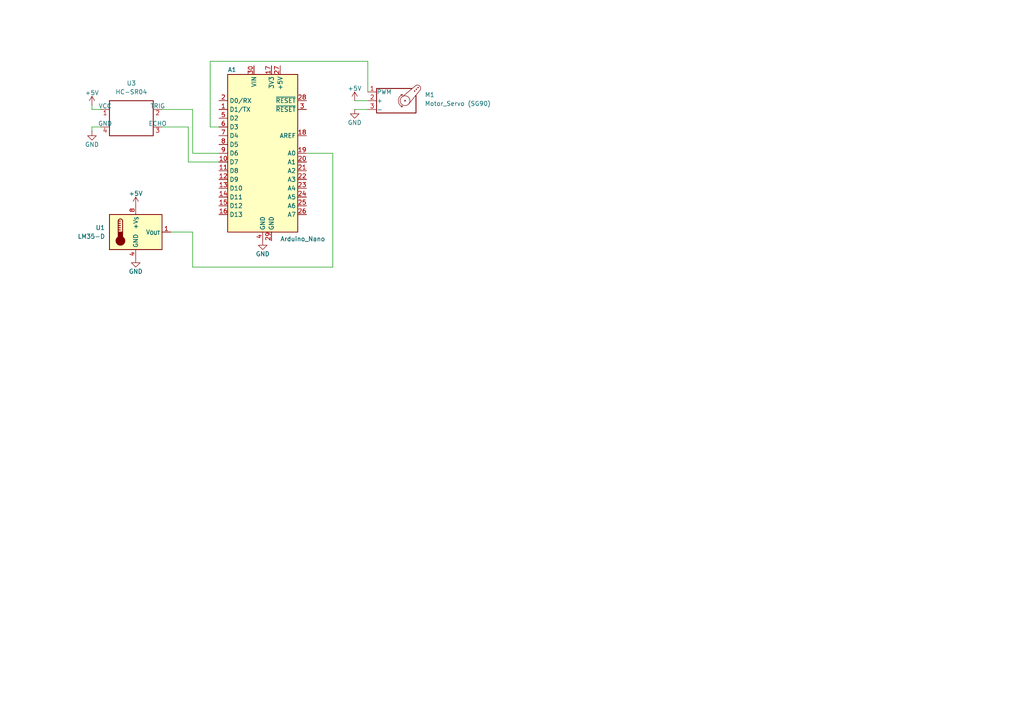
<source format=kicad_sch>
(kicad_sch (version 20250114) (generator "eeschema") (generator_version "9.0")
  (paper "A4")
  (title_block (title "Arduino Nano + LM35 + YF-S201 (grid 50mil)") (date "2025-09-16") (rev "1.0") (company "Adriana") (comment 1 "LM35→A0; YF-S201 con pull-up 10k→D2"))
  (lib_symbols
    (symbol "MCU_Module:Arduino_Nano_v3.x"
      (property "Reference" "A" (at -10.16 23.495 0))
      (property "Value" "Arduino_Nano_v3.x" (at 5.08 -24.13 0))
      (symbol "Arduino_Nano_v3.x_0_1"
        (rectangle (start -10.16 22.86) (end 10.16 -22.86) (stroke (width 0.254)) (fill (type background)))
      )
      (symbol "Arduino_Nano_v3.x_1_1"
        (pin bidirectional line (at -12.7 15.24 0) (length 2.54) (name "D0/RX") (number "2"))
        (pin bidirectional line (at -12.7 12.7 0) (length 2.54) (name "D1/TX") (number "1"))
        (pin bidirectional line (at -12.7 10.16 0) (length 2.54) (name "D2") (number "5"))
        (pin bidirectional line (at -12.7 7.62 0) (length 2.54) (name "D3") (number "6"))
        (pin bidirectional line (at -12.7 5.08 0) (length 2.54) (name "D4") (number "7"))
        (pin bidirectional line (at -12.7 2.54 0) (length 2.54) (name "D5") (number "8"))
        (pin bidirectional line (at -12.7 0 0) (length 2.54) (name "D6") (number "9"))
        (pin bidirectional line (at -12.7 -2.54 0) (length 2.54) (name "D7") (number "10"))
        (pin bidirectional line (at -12.7 -5.08 0) (length 2.54) (name "D8") (number "11"))
        (pin bidirectional line (at -12.7 -7.62 0) (length 2.54) (name "D9") (number "12"))
        (pin bidirectional line (at -12.7 -10.16 0) (length 2.54) (name "D10") (number "13"))
        (pin bidirectional line (at -12.7 -12.7 0) (length 2.54) (name "D11") (number "14"))
        (pin bidirectional line (at -12.7 -15.24 0) (length 2.54) (name "D12") (number "15"))
        (pin bidirectional line (at -12.7 -17.78 0) (length 2.54) (name "D13") (number "16"))
        (pin power_in line (at -2.54 25.4 270) (length 2.54) (name "VIN") (number "30"))
        (pin power_in line (at 0 -25.4 90) (length 2.54) (name "GND") (number "4"))
        (pin power_out line (at 2.54 25.4 270) (length 2.54) (name "3V3") (number "17"))
        (pin power_in line (at 2.54 -25.4 90) (length 2.54) (name "GND") (number "29"))
        (pin power_out line (at 5.08 25.4 270) (length 2.54) (name "+5V") (number "27"))
        (pin input line (at 12.7 15.24 180) (length 2.54) (name "~{RESET}") (number "28"))
        (pin input line (at 12.7 12.7 180) (length 2.54) (name "~{RESET}") (number "3"))
        (pin input line (at 12.7 5.08 180) (length 2.54) (name "AREF") (number "18"))
        (pin bidirectional line (at 12.7 0 180) (length 2.54) (name "A0") (number "19"))
        (pin bidirectional line (at 12.7 -2.54 180) (length 2.54) (name "A1") (number "20"))
        (pin bidirectional line (at 12.7 -5.08 180) (length 2.54) (name "A2") (number "21"))
        (pin bidirectional line (at 12.7 -7.62 180) (length 2.54) (name "A3") (number "22"))
        (pin bidirectional line (at 12.7 -10.16 180) (length 2.54) (name "A4") (number "23"))
        (pin bidirectional line (at 12.7 -12.7 180) (length 2.54) (name "A5") (number "24"))
        (pin bidirectional line (at 12.7 -15.24 180) (length 2.54) (name "A6") (number "25"))
        (pin bidirectional line (at 12.7 -17.78 180) (length 2.54) (name "A7") (number "26"))
      )
    )
    (symbol "Motor:Motor_Servo" (pin_names (offset 0.0254))
      (property "Reference" "M" (at -5.08 4.445 0))
      (property "Value" "Motor_Servo" (at -5.08 -4.064 0))
      (symbol "Motor_Servo_0_1"
        (polyline (pts (xy 2.413 1.778) (xy 1.905 1.778)))
        (polyline (pts (xy 2.413 1.778) (xy 2.286 1.397)))
        (polyline (pts (xy 2.413 -1.778) (xy 2.032 -1.778)))
        (polyline (pts (xy 2.413 -1.778) (xy 2.286 -1.397)))
        (arc (start 2.413 -1.778) (mid 1.2406 0) (end 2.413 1.778))
        (circle (center 3.175 0) (radius 0.1778))
        (circle (center 3.175 0) (radius 1.4224))
        (polyline (pts (xy 5.08 3.556) (xy -5.08 3.556) (xy -5.08 -3.556) (xy 6.35 -3.556) (xy 6.35 1.524)) (stroke (width 0.254)))
        (circle (center 5.969 2.794) (radius 0.127))
        (polyline (pts (xy 6.35 4.445) (xy 2.54 1.27)))
        (circle (center 6.477 3.302) (radius 0.127))
        (arc (start 6.35 4.445) (mid 7.4487 4.2737) (end 7.62 3.175))
        (circle (center 6.985 3.81) (radius 0.127))
        (polyline (pts (xy 7.62 3.175) (xy 4.191 -1.016)))
      )
      (symbol "Motor_Servo_1_1"
        (pin passive line (at -7.62 2.54 0) (length 2.54) (name "PWM") (number "1"))
        (pin passive line (at -7.62 0 0) (length 2.54) (name "+") (number "2"))
        (pin passive line (at -7.62 -2.54 0) (length 2.54) (name "-") (number "3"))
      )
    )
    (symbol "MyLib:HC_SR04" (pin_names (offset 0))
      (property "Reference" "U3" (at 5.08 10.16 0))
      (property "Value" "HC-SR04" (at 5.08 7.62 0))
      (symbol "HC_SR04_0_1"
        (rectangle (start -1.27 5.08) (end 11.43 -5.08) (stroke (width 0.254)))
      )
      (symbol "HC_SR04_1_1"
        (pin power_in line (at -3.81 2.54 0) (length 2.54) (name "VCC") (number "1"))
        (pin power_in line (at -3.81 -2.54 0) (length 2.54) (name "GND") (number "4"))
        (pin input line (at 13.97 2.54 180) (length 2.54) (name "TRIG") (number "2"))
        (pin output line (at 13.97 -2.54 180) (length 2.54) (name "ECHO") (number "3"))
      )
    )
    (symbol "Sensor_Temperature:LM35-D"
      (property "Reference" "U" (at -6.35 6.35 0))
      (property "Value" "LM35-D" (at 1.27 6.35 0))
      (symbol "LM35-D_0_1"
        (rectangle (start -7.62 5.08) (end 7.62 -5.08) (stroke (width 0.254)) (fill (type background)))
        (polyline (pts (xy -5.08 3.175) (xy -5.08 0)) (stroke (width 0.254)))
        (polyline (pts (xy -5.08 3.175) (xy -4.445 3.175)) (stroke (width 0.254)))
        (polyline (pts (xy -5.08 2.54) (xy -4.445 2.54)) (stroke (width 0.254)))
        (polyline (pts (xy -5.08 1.905) (xy -4.445 1.905)) (stroke (width 0.254)))
        (polyline (pts (xy -5.08 1.27) (xy -4.445 1.27)) (stroke (width 0.254)))
        (polyline (pts (xy -5.08 0.635) (xy -4.445 0.635)) (stroke (width 0.254)))
        (arc (start -5.08 3.175) (mid -4.445 3.8073) (end -3.81 3.175) (stroke (width 0.254)))
        (circle (center -4.445 -2.54) (radius 1.27) (stroke (width 0.254)) (fill (type outline)))
        (polyline (pts (xy -3.81 3.175) (xy -3.81 0)) (stroke (width 0.254)))
        (rectangle (start -3.81 -1.905) (end -5.08 0) (stroke (width 0.254)) (fill (type outline)))
      )
      (symbol "LM35-D_1_1"
        (pin no_connect line (at -2.54 5.08 270) (length 2.54) (hide yes) (name "NC") (number "3"))
        (pin no_connect line (at -2.54 -5.08 90) (length 2.54) (hide yes) (name "NC") (number "2"))
        (pin power_in line (at 0 7.62 270) (length 2.54) (name "+V_{S}") (number "8"))
        (pin power_in line (at 0 -7.62 90) (length 2.54) (name "GND") (number "4"))
        (pin no_connect line (at 2.54 -5.08 90) (length 2.54) (hide yes) (name "NC") (number "5"))
        (pin no_connect line (at 5.08 -5.08 90) (length 2.54) (hide yes) (name "NC") (number "6"))
        (pin no_connect line (at 7.62 2.54 180) (length 2.54) (hide yes) (name "NC") (number "7"))
        (pin output line (at 10.16 0 180) (length 2.54) (name "V_{OUT}") (number "1"))
      )
    )
    (symbol "power:+5V" (power) (pin_numbers (hide yes)) (pin_names (offset 0) (hide yes))
      (property "Value" "+5V" (at 0 3.556 0))
      (symbol "+5V_0_1"
        (polyline (pts (xy -0.762 1.27) (xy 0 2.54)))
        (polyline (pts (xy 0 2.54) (xy 0.762 1.27)))
        (polyline (pts (xy 0 0) (xy 0 2.54)))
      )
      (symbol "+5V_1_1"
        (pin power_in line (at 0 0 90) (length 0) (name "~") (number "1"))
      )
    )
    (symbol "power:GND" (power) (pin_numbers (hide yes)) (pin_names (offset 0) (hide yes))
      (property "Value" "GND" (at 0 -3.81 0))
      (symbol "GND_0_1"
        (polyline (pts (xy 0 0) (xy 0 -1.27) (xy 1.27 -1.27) (xy 0 -2.54) (xy -1.27 -1.27) (xy 0 -1.27)))
      )
      (symbol "GND_1_1"
        (pin power_in line (at 0 0 270) (length 0) (name "~") (number "1"))
      )
    )
  )
  (wire (pts (xy 102.87 31.75) (xy 106.68 31.75)))
  (wire (pts (xy 55.88 44.45) (xy 63.5 44.45)))
  (wire (pts (xy 49.53 67.31) (xy 55.88 67.31)))
  (wire (pts (xy 63.5 36.83) (xy 60.96 36.83)))
  (wire (pts (xy 54.61 36.83) (xy 54.61 46.99)))
  (wire (pts (xy 26.67 38.1) (xy 26.67 36.83)))
  (wire (pts (xy 96.52 77.47) (xy 96.52 44.45)))
  (wire (pts (xy 54.61 46.99) (xy 63.5 46.99)))
  (wire (pts (xy 96.52 44.45) (xy 88.9 44.45)))
  (wire (pts (xy 60.96 17.78) (xy 106.68 17.78)))
  (wire (pts (xy 102.87 29.21) (xy 106.68 29.21)))
  (wire (pts (xy 26.67 30.48) (xy 26.67 31.75)))
  (wire (pts (xy 106.68 17.78) (xy 106.68 26.67)))
  (wire (pts (xy 60.96 36.83) (xy 60.96 17.78)))
  (wire (pts (xy 46.99 31.75) (xy 55.88 31.75)))
  (wire (pts (xy 55.88 31.75) (xy 55.88 44.45)))
  (wire (pts (xy 26.67 36.83) (xy 29.21 36.83)))
  (wire (pts (xy 55.88 67.31) (xy 55.88 77.47)))
  (wire (pts (xy 46.99 36.83) (xy 54.61 36.83)))
  (wire (pts (xy 26.67 31.75) (xy 29.21 31.75)))
  (wire (pts (xy 55.88 77.47) (xy 96.52 77.47)))
  (symbol (lib_id "Sensor_Temperature:LM35-D") (at 39.37 67.31 0) (unit 1)
    (property "Reference" "U1" (at 30.48 66.0399 0) (effects (justify right)))
    (property "Value" "LM35-D" (at 30.48 68.5799 0) (effects (justify right)))
    (property "Footprint" "Package_SO:SOIC-8_3.9x4.9mm_P1.27mm" (effects (hide yes)))
    (property "Datasheet" "http://www.ti.com/lit/ds/symlink/lm35.pdf" (effects (hide yes)))
    (property "Description" "Precision centigrade temperature sensor, SOIC-8" (effects (hide yes)))
  )
  (symbol (lib_id "power:+5V") (at 102.87 29.21 0) (unit 1)
    (property "Reference" "#PWR04" (effects (hide yes)))
    (property "Value" "+5V" (at 102.87 25.654 0))
    (property "Description" "Power symbol creates a global label with name \"+5V\"" (effects (hide yes)))
  )
  (symbol (lib_id "power:+5V") (at 39.37 59.69 0) (unit 1)
    (property "Reference" "#PWR?" (effects (hide yes)))
    (property "Value" "+5V" (at 39.37 56.134 0))
    (property "Description" "Power symbol creates a global label with name \"+5V\"" (effects (hide yes)))
  )
  (symbol (lib_id "power:GND") (at 26.67 38.1 0) (unit 1)
    (property "Reference" "#PWR03" (effects (hide yes)))
    (property "Value" "GND" (at 26.67 41.91 0))
    (property "Description" "Power symbol creates a global label with name \"GND\" , ground" (effects (hide yes)))
  )
  (symbol (lib_id "power:+5V") (at 26.67 30.48 0) (unit 1)
    (property "Reference" "#PWR02" (effects (hide yes)))
    (property "Value" "+5V" (at 26.67 26.924 0))
    (property "Description" "Power symbol creates a global label with name \"+5V\"" (effects (hide yes)))
  )
  (symbol (lib_id "power:GND") (at 39.37 74.93 0) (unit 1)
    (property "Reference" "#PWR?" (effects (hide yes)))
    (property "Value" "GND" (at 39.37 78.74 0))
    (property "Description" "Power symbol creates a global label with name \"GND\" , ground" (effects (hide yes)))
  )
  (symbol (lib_id "MCU_Module:Arduino_Nano_v3.x") (at 76.2 44.45 0) (unit 1)
    (property "Reference" "A1" (at 66.04 20.955 0) (effects (justify left bottom)))
    (property "Value" "Arduino_Nano" (at 81.28 68.58 0) (effects (justify left top)))
    (property "Footprint" "Module:Arduino_Nano" (effects (hide yes)))
    (property "Datasheet" "http://www.mouser.com/pdfdocs/Gravitech_Arduino_Nano3_0.pdf" (effects (hide yes)))
    (property "Description" "Arduino Nano v3.x" (effects (hide yes)))
  )
  (symbol (lib_id "power:GND") (at 102.87 31.75 0) (unit 1)
    (property "Reference" "#PWR05" (effects (hide yes)))
    (property "Value" "GND" (at 102.87 35.56 0))
    (property "Description" "Power symbol creates a global label with name \"GND\" , ground" (effects (hide yes)))
  )
  (symbol (lib_id "MyLib:HC_SR04") (at 33.02 34.29 0) (unit 1)
    (property "Reference" "U3" (at 38.1 24.13 0))
    (property "Value" "HC-SR04" (at 38.1 26.67 0))
  )
  (symbol (lib_id "Motor:Motor_Servo") (at 114.3 29.21 0) (unit 1)
    (property "Reference" "M1" (at 123.19 27.5068 0) (effects (justify left)))
    (property "Value" "Motor_Servo (SG90)" (at 123.19 30.0468 0) (effects (justify left)))
    (property "Datasheet" "http://forums.parallax.com/uploads/attachments/46831/74481.png" (effects (hide yes)))
    (property "Description" "Servo Motor (Futaba, HiTec, JR connector)" (effects (hide yes)))
  )
  (symbol (lib_id "power:GND") (at 76.2 69.85 0) (unit 1)
    (property "Reference" "#PWR01" (effects (hide yes)))
    (property "Value" "GND" (at 76.2 73.66 0))
    (property "Description" "Power symbol creates a global label with name \"GND\" , ground" (effects (hide yes)))
  )
)
</source>
